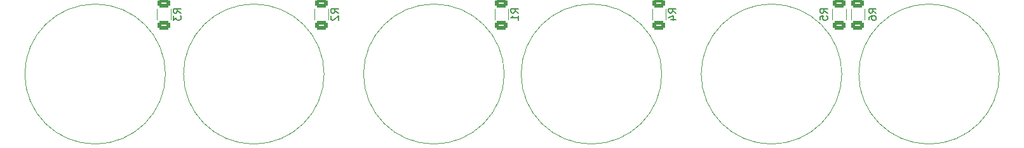
<source format=gbr>
%TF.GenerationSoftware,KiCad,Pcbnew,8.0.4+dfsg-1*%
%TF.CreationDate,2025-02-17T18:06:49+01:00*%
%TF.ProjectId,nixie-clock-tubes,6e697869-652d-4636-9c6f-636b2d747562,rev?*%
%TF.SameCoordinates,Original*%
%TF.FileFunction,Legend,Bot*%
%TF.FilePolarity,Positive*%
%FSLAX46Y46*%
G04 Gerber Fmt 4.6, Leading zero omitted, Abs format (unit mm)*
G04 Created by KiCad (PCBNEW 8.0.4+dfsg-1) date 2025-02-17 18:06:49*
%MOMM*%
%LPD*%
G01*
G04 APERTURE LIST*
G04 Aperture macros list*
%AMRoundRect*
0 Rectangle with rounded corners*
0 $1 Rounding radius*
0 $2 $3 $4 $5 $6 $7 $8 $9 X,Y pos of 4 corners*
0 Add a 4 corners polygon primitive as box body*
4,1,4,$2,$3,$4,$5,$6,$7,$8,$9,$2,$3,0*
0 Add four circle primitives for the rounded corners*
1,1,$1+$1,$2,$3*
1,1,$1+$1,$4,$5*
1,1,$1+$1,$6,$7*
1,1,$1+$1,$8,$9*
0 Add four rect primitives between the rounded corners*
20,1,$1+$1,$2,$3,$4,$5,0*
20,1,$1+$1,$4,$5,$6,$7,0*
20,1,$1+$1,$6,$7,$8,$9,0*
20,1,$1+$1,$8,$9,$2,$3,0*%
G04 Aperture macros list end*
%ADD10C,0.150000*%
%ADD11C,0.120000*%
%ADD12R,1.350000X1.350000*%
%ADD13O,1.350000X1.350000*%
%ADD14C,4.700000*%
%ADD15RoundRect,0.250000X0.625000X-0.312500X0.625000X0.312500X-0.625000X0.312500X-0.625000X-0.312500X0*%
%ADD16O,1.300000X1.300000*%
G04 APERTURE END LIST*
D10*
X99774819Y-95333333D02*
X99298628Y-95000000D01*
X99774819Y-94761905D02*
X98774819Y-94761905D01*
X98774819Y-94761905D02*
X98774819Y-95142857D01*
X98774819Y-95142857D02*
X98822438Y-95238095D01*
X98822438Y-95238095D02*
X98870057Y-95285714D01*
X98870057Y-95285714D02*
X98965295Y-95333333D01*
X98965295Y-95333333D02*
X99108152Y-95333333D01*
X99108152Y-95333333D02*
X99203390Y-95285714D01*
X99203390Y-95285714D02*
X99251009Y-95238095D01*
X99251009Y-95238095D02*
X99298628Y-95142857D01*
X99298628Y-95142857D02*
X99298628Y-94761905D01*
X98774819Y-95666667D02*
X98774819Y-96285714D01*
X98774819Y-96285714D02*
X99155771Y-95952381D01*
X99155771Y-95952381D02*
X99155771Y-96095238D01*
X99155771Y-96095238D02*
X99203390Y-96190476D01*
X99203390Y-96190476D02*
X99251009Y-96238095D01*
X99251009Y-96238095D02*
X99346247Y-96285714D01*
X99346247Y-96285714D02*
X99584342Y-96285714D01*
X99584342Y-96285714D02*
X99679580Y-96238095D01*
X99679580Y-96238095D02*
X99727200Y-96190476D01*
X99727200Y-96190476D02*
X99774819Y-96095238D01*
X99774819Y-96095238D02*
X99774819Y-95809524D01*
X99774819Y-95809524D02*
X99727200Y-95714286D01*
X99727200Y-95714286D02*
X99679580Y-95666667D01*
X144774819Y-95333333D02*
X144298628Y-95000000D01*
X144774819Y-94761905D02*
X143774819Y-94761905D01*
X143774819Y-94761905D02*
X143774819Y-95142857D01*
X143774819Y-95142857D02*
X143822438Y-95238095D01*
X143822438Y-95238095D02*
X143870057Y-95285714D01*
X143870057Y-95285714D02*
X143965295Y-95333333D01*
X143965295Y-95333333D02*
X144108152Y-95333333D01*
X144108152Y-95333333D02*
X144203390Y-95285714D01*
X144203390Y-95285714D02*
X144251009Y-95238095D01*
X144251009Y-95238095D02*
X144298628Y-95142857D01*
X144298628Y-95142857D02*
X144298628Y-94761905D01*
X144774819Y-96285714D02*
X144774819Y-95714286D01*
X144774819Y-96000000D02*
X143774819Y-96000000D01*
X143774819Y-96000000D02*
X143917676Y-95904762D01*
X143917676Y-95904762D02*
X144012914Y-95809524D01*
X144012914Y-95809524D02*
X144060533Y-95714286D01*
X185954819Y-95333333D02*
X185478628Y-95000000D01*
X185954819Y-94761905D02*
X184954819Y-94761905D01*
X184954819Y-94761905D02*
X184954819Y-95142857D01*
X184954819Y-95142857D02*
X185002438Y-95238095D01*
X185002438Y-95238095D02*
X185050057Y-95285714D01*
X185050057Y-95285714D02*
X185145295Y-95333333D01*
X185145295Y-95333333D02*
X185288152Y-95333333D01*
X185288152Y-95333333D02*
X185383390Y-95285714D01*
X185383390Y-95285714D02*
X185431009Y-95238095D01*
X185431009Y-95238095D02*
X185478628Y-95142857D01*
X185478628Y-95142857D02*
X185478628Y-94761905D01*
X184954819Y-96238095D02*
X184954819Y-95761905D01*
X184954819Y-95761905D02*
X185431009Y-95714286D01*
X185431009Y-95714286D02*
X185383390Y-95761905D01*
X185383390Y-95761905D02*
X185335771Y-95857143D01*
X185335771Y-95857143D02*
X185335771Y-96095238D01*
X185335771Y-96095238D02*
X185383390Y-96190476D01*
X185383390Y-96190476D02*
X185431009Y-96238095D01*
X185431009Y-96238095D02*
X185526247Y-96285714D01*
X185526247Y-96285714D02*
X185764342Y-96285714D01*
X185764342Y-96285714D02*
X185859580Y-96238095D01*
X185859580Y-96238095D02*
X185907200Y-96190476D01*
X185907200Y-96190476D02*
X185954819Y-96095238D01*
X185954819Y-96095238D02*
X185954819Y-95857143D01*
X185954819Y-95857143D02*
X185907200Y-95761905D01*
X185907200Y-95761905D02*
X185859580Y-95714286D01*
X192454819Y-95333333D02*
X191978628Y-95000000D01*
X192454819Y-94761905D02*
X191454819Y-94761905D01*
X191454819Y-94761905D02*
X191454819Y-95142857D01*
X191454819Y-95142857D02*
X191502438Y-95238095D01*
X191502438Y-95238095D02*
X191550057Y-95285714D01*
X191550057Y-95285714D02*
X191645295Y-95333333D01*
X191645295Y-95333333D02*
X191788152Y-95333333D01*
X191788152Y-95333333D02*
X191883390Y-95285714D01*
X191883390Y-95285714D02*
X191931009Y-95238095D01*
X191931009Y-95238095D02*
X191978628Y-95142857D01*
X191978628Y-95142857D02*
X191978628Y-94761905D01*
X191454819Y-96190476D02*
X191454819Y-96000000D01*
X191454819Y-96000000D02*
X191502438Y-95904762D01*
X191502438Y-95904762D02*
X191550057Y-95857143D01*
X191550057Y-95857143D02*
X191692914Y-95761905D01*
X191692914Y-95761905D02*
X191883390Y-95714286D01*
X191883390Y-95714286D02*
X192264342Y-95714286D01*
X192264342Y-95714286D02*
X192359580Y-95761905D01*
X192359580Y-95761905D02*
X192407200Y-95809524D01*
X192407200Y-95809524D02*
X192454819Y-95904762D01*
X192454819Y-95904762D02*
X192454819Y-96095238D01*
X192454819Y-96095238D02*
X192407200Y-96190476D01*
X192407200Y-96190476D02*
X192359580Y-96238095D01*
X192359580Y-96238095D02*
X192264342Y-96285714D01*
X192264342Y-96285714D02*
X192026247Y-96285714D01*
X192026247Y-96285714D02*
X191931009Y-96238095D01*
X191931009Y-96238095D02*
X191883390Y-96190476D01*
X191883390Y-96190476D02*
X191835771Y-96095238D01*
X191835771Y-96095238D02*
X191835771Y-95904762D01*
X191835771Y-95904762D02*
X191883390Y-95809524D01*
X191883390Y-95809524D02*
X191931009Y-95761905D01*
X191931009Y-95761905D02*
X192026247Y-95714286D01*
X120774819Y-95333333D02*
X120298628Y-95000000D01*
X120774819Y-94761905D02*
X119774819Y-94761905D01*
X119774819Y-94761905D02*
X119774819Y-95142857D01*
X119774819Y-95142857D02*
X119822438Y-95238095D01*
X119822438Y-95238095D02*
X119870057Y-95285714D01*
X119870057Y-95285714D02*
X119965295Y-95333333D01*
X119965295Y-95333333D02*
X120108152Y-95333333D01*
X120108152Y-95333333D02*
X120203390Y-95285714D01*
X120203390Y-95285714D02*
X120251009Y-95238095D01*
X120251009Y-95238095D02*
X120298628Y-95142857D01*
X120298628Y-95142857D02*
X120298628Y-94761905D01*
X119870057Y-95714286D02*
X119822438Y-95761905D01*
X119822438Y-95761905D02*
X119774819Y-95857143D01*
X119774819Y-95857143D02*
X119774819Y-96095238D01*
X119774819Y-96095238D02*
X119822438Y-96190476D01*
X119822438Y-96190476D02*
X119870057Y-96238095D01*
X119870057Y-96238095D02*
X119965295Y-96285714D01*
X119965295Y-96285714D02*
X120060533Y-96285714D01*
X120060533Y-96285714D02*
X120203390Y-96238095D01*
X120203390Y-96238095D02*
X120774819Y-95666667D01*
X120774819Y-95666667D02*
X120774819Y-96285714D01*
X165774819Y-95333333D02*
X165298628Y-95000000D01*
X165774819Y-94761905D02*
X164774819Y-94761905D01*
X164774819Y-94761905D02*
X164774819Y-95142857D01*
X164774819Y-95142857D02*
X164822438Y-95238095D01*
X164822438Y-95238095D02*
X164870057Y-95285714D01*
X164870057Y-95285714D02*
X164965295Y-95333333D01*
X164965295Y-95333333D02*
X165108152Y-95333333D01*
X165108152Y-95333333D02*
X165203390Y-95285714D01*
X165203390Y-95285714D02*
X165251009Y-95238095D01*
X165251009Y-95238095D02*
X165298628Y-95142857D01*
X165298628Y-95142857D02*
X165298628Y-94761905D01*
X165108152Y-96190476D02*
X165774819Y-96190476D01*
X164727200Y-95952381D02*
X165441485Y-95714286D01*
X165441485Y-95714286D02*
X165441485Y-96333333D01*
D11*
%TO.C,R3*%
X96590000Y-94772936D02*
X96590000Y-96227064D01*
X98410000Y-94772936D02*
X98410000Y-96227064D01*
%TO.C,N1*%
X97722826Y-103500000D02*
G75*
G02*
X78982826Y-103500000I-9370000J0D01*
G01*
X78982826Y-103500000D02*
G75*
G02*
X97722826Y-103500000I9370000J0D01*
G01*
%TO.C,R1*%
X141590000Y-94772936D02*
X141590000Y-96227064D01*
X143410000Y-94772936D02*
X143410000Y-96227064D01*
%TO.C,R5*%
X186590000Y-94772936D02*
X186590000Y-96227064D01*
X188410000Y-94772936D02*
X188410000Y-96227064D01*
%TO.C,N5*%
X187870000Y-103500000D02*
G75*
G02*
X169130000Y-103500000I-9370000J0D01*
G01*
X169130000Y-103500000D02*
G75*
G02*
X187870000Y-103500000I9370000J0D01*
G01*
%TO.C,N3*%
X142870000Y-103500000D02*
G75*
G02*
X124130000Y-103500000I-9370000J0D01*
G01*
X124130000Y-103500000D02*
G75*
G02*
X142870000Y-103500000I9370000J0D01*
G01*
%TO.C,R6*%
X189090000Y-94772936D02*
X189090000Y-96227064D01*
X190910000Y-94772936D02*
X190910000Y-96227064D01*
%TO.C,N6*%
X208870000Y-103500000D02*
G75*
G02*
X190130000Y-103500000I-9370000J0D01*
G01*
X190130000Y-103500000D02*
G75*
G02*
X208870000Y-103500000I9370000J0D01*
G01*
%TO.C,R2*%
X117590000Y-94772936D02*
X117590000Y-96227064D01*
X119410000Y-94772936D02*
X119410000Y-96227064D01*
%TO.C,N2*%
X118870000Y-103500000D02*
G75*
G02*
X100130000Y-103500000I-9370000J0D01*
G01*
X100130000Y-103500000D02*
G75*
G02*
X118870000Y-103500000I9370000J0D01*
G01*
%TO.C,R4*%
X162590000Y-94772936D02*
X162590000Y-96227064D01*
X164410000Y-94772936D02*
X164410000Y-96227064D01*
%TO.C,N4*%
X163870000Y-103500000D02*
G75*
G02*
X145130000Y-103500000I-9370000J0D01*
G01*
X145130000Y-103500000D02*
G75*
G02*
X163870000Y-103500000I9370000J0D01*
G01*
%TD*%
%LPC*%
D12*
%TO.C,J5*%
X102000000Y-89000000D03*
D13*
X102000000Y-91000000D03*
X104000000Y-89000000D03*
X104000000Y-91000000D03*
X106000000Y-89000000D03*
X106000000Y-91000000D03*
X108000000Y-89000000D03*
X108000000Y-91000000D03*
X110000000Y-89000000D03*
X110000000Y-91000000D03*
%TD*%
D14*
%TO.C,H3*%
X206000000Y-116000000D03*
%TD*%
D12*
%TO.C,J3*%
X155500000Y-89000000D03*
D13*
X155500000Y-91000000D03*
X157500000Y-89000000D03*
X157500000Y-91000000D03*
X159500000Y-89000000D03*
X159500000Y-91000000D03*
X161500000Y-89000000D03*
X161500000Y-91000000D03*
X163500000Y-89000000D03*
X163500000Y-91000000D03*
%TD*%
D14*
%TO.C,H2*%
X206000000Y-91000000D03*
%TD*%
D12*
%TO.C,J7*%
X183500000Y-89000000D03*
D13*
X183500000Y-91000000D03*
X185500000Y-89000000D03*
X185500000Y-91000000D03*
%TD*%
D12*
%TO.C,J4*%
X88000000Y-89000000D03*
D13*
X88000000Y-91000000D03*
X90000000Y-89000000D03*
X90000000Y-91000000D03*
X92000000Y-89000000D03*
X92000000Y-91000000D03*
X94000000Y-89000000D03*
X94000000Y-91000000D03*
X96000000Y-89000000D03*
X96000000Y-91000000D03*
%TD*%
D12*
%TO.C,J1*%
X169500000Y-89000000D03*
D13*
X169500000Y-91000000D03*
X171500000Y-89000000D03*
X171500000Y-91000000D03*
X173500000Y-89000000D03*
X173500000Y-91000000D03*
X175500000Y-89000000D03*
X175500000Y-91000000D03*
X177500000Y-89000000D03*
X177500000Y-91000000D03*
%TD*%
D14*
%TO.C,H4*%
X82000000Y-116000000D03*
%TD*%
D12*
%TO.C,J2*%
X191500000Y-89000000D03*
D13*
X191500000Y-91000000D03*
X193500000Y-89000000D03*
X193500000Y-91000000D03*
X195500000Y-89000000D03*
X195500000Y-91000000D03*
X197500000Y-89000000D03*
X197500000Y-91000000D03*
X199500000Y-89000000D03*
X199500000Y-91000000D03*
%TD*%
D14*
%TO.C,H1*%
X82000000Y-93000000D03*
%TD*%
D12*
%TO.C,J6*%
X124500000Y-89000000D03*
D13*
X124500000Y-91000000D03*
X126500000Y-89000000D03*
X126500000Y-91000000D03*
X128500000Y-89000000D03*
X128500000Y-91000000D03*
X130500000Y-89000000D03*
X130500000Y-91000000D03*
X132500000Y-89000000D03*
X132500000Y-91000000D03*
%TD*%
D15*
%TO.C,R3*%
X97500000Y-96962500D03*
X97500000Y-94037500D03*
%TD*%
D16*
%TO.C,N1*%
X88352826Y-98000000D03*
X90908803Y-98629992D03*
X92879237Y-100375644D03*
X93812724Y-102837049D03*
X93495415Y-105450326D03*
X92000000Y-107616809D03*
X89669062Y-108840179D03*
X87036590Y-108840179D03*
X84705652Y-107616809D03*
X83210237Y-105450326D03*
X82892928Y-102837049D03*
X83826415Y-100375644D03*
X85796849Y-98629992D03*
%TD*%
D15*
%TO.C,R1*%
X142500000Y-96962500D03*
X142500000Y-94037500D03*
%TD*%
%TO.C,R5*%
X187500000Y-96962500D03*
X187500000Y-94037500D03*
%TD*%
D16*
%TO.C,N5*%
X178500000Y-98000000D03*
X181055977Y-98629992D03*
X183026411Y-100375644D03*
X183959898Y-102837049D03*
X183642589Y-105450326D03*
X182147174Y-107616809D03*
X179816236Y-108840179D03*
X177183764Y-108840179D03*
X174852826Y-107616809D03*
X173357411Y-105450326D03*
X173040102Y-102837049D03*
X173973589Y-100375644D03*
X175944023Y-98629992D03*
%TD*%
%TO.C,N3*%
X133500000Y-98000000D03*
X136055977Y-98629992D03*
X138026411Y-100375644D03*
X138959898Y-102837049D03*
X138642589Y-105450326D03*
X137147174Y-107616809D03*
X134816236Y-108840179D03*
X132183764Y-108840179D03*
X129852826Y-107616809D03*
X128357411Y-105450326D03*
X128040102Y-102837049D03*
X128973589Y-100375644D03*
X130944023Y-98629992D03*
%TD*%
D15*
%TO.C,R6*%
X190000000Y-96962500D03*
X190000000Y-94037500D03*
%TD*%
D16*
%TO.C,N6*%
X199500000Y-98000000D03*
X202055977Y-98629992D03*
X204026411Y-100375644D03*
X204959898Y-102837049D03*
X204642589Y-105450326D03*
X203147174Y-107616809D03*
X200816236Y-108840179D03*
X198183764Y-108840179D03*
X195852826Y-107616809D03*
X194357411Y-105450326D03*
X194040102Y-102837049D03*
X194973589Y-100375644D03*
X196944023Y-98629992D03*
%TD*%
D15*
%TO.C,R2*%
X118500000Y-96962500D03*
X118500000Y-94037500D03*
%TD*%
D16*
%TO.C,N2*%
X109500000Y-98000000D03*
X112055977Y-98629992D03*
X114026411Y-100375644D03*
X114959898Y-102837049D03*
X114642589Y-105450326D03*
X113147174Y-107616809D03*
X110816236Y-108840179D03*
X108183764Y-108840179D03*
X105852826Y-107616809D03*
X104357411Y-105450326D03*
X104040102Y-102837049D03*
X104973589Y-100375644D03*
X106944023Y-98629992D03*
%TD*%
D15*
%TO.C,R4*%
X163500000Y-96962500D03*
X163500000Y-94037500D03*
%TD*%
D16*
%TO.C,N4*%
X154500000Y-98000000D03*
X157055977Y-98629992D03*
X159026411Y-100375644D03*
X159959898Y-102837049D03*
X159642589Y-105450326D03*
X158147174Y-107616809D03*
X155816236Y-108840179D03*
X153183764Y-108840179D03*
X150852826Y-107616809D03*
X149357411Y-105450326D03*
X149040102Y-102837049D03*
X149973589Y-100375644D03*
X151944023Y-98629992D03*
%TD*%
%LPD*%
M02*

</source>
